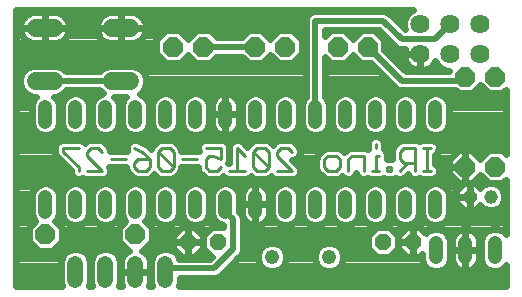
<source format=gbl>
G75*
%MOIN*%
%OFA0B0*%
%FSLAX25Y25*%
%IPPOS*%
%LPD*%
%AMOC8*
5,1,8,0,0,1.08239X$1,22.5*
%
%ADD10C,0.00900*%
%ADD11OC8,0.05600*%
%ADD12C,0.04800*%
%ADD13C,0.06400*%
%ADD14OC8,0.06600*%
%ADD15C,0.04800*%
%ADD16C,0.05400*%
%ADD17OC8,0.04600*%
%ADD18C,0.04600*%
%ADD19C,0.06000*%
%ADD20C,0.02400*%
%ADD21C,0.02000*%
D10*
X0035729Y0053350D02*
X0035729Y0054634D01*
X0030591Y0059772D01*
X0030591Y0061057D01*
X0035729Y0061057D01*
X0038510Y0059772D02*
X0039794Y0061057D01*
X0042363Y0061057D01*
X0043647Y0059772D01*
X0046428Y0057203D02*
X0051566Y0057203D01*
X0054347Y0055919D02*
X0055632Y0057203D01*
X0059485Y0057203D01*
X0059485Y0054634D01*
X0058200Y0053350D01*
X0055632Y0053350D01*
X0054347Y0054634D01*
X0054347Y0055919D01*
X0056916Y0059772D02*
X0059485Y0057203D01*
X0062266Y0054634D02*
X0063550Y0053350D01*
X0066119Y0053350D01*
X0067404Y0054634D01*
X0062266Y0059772D01*
X0062266Y0054634D01*
X0067404Y0054634D02*
X0067404Y0059772D01*
X0066119Y0061057D01*
X0063550Y0061057D01*
X0062266Y0059772D01*
X0056916Y0059772D02*
X0054347Y0061057D01*
X0043647Y0053350D02*
X0038510Y0058488D01*
X0038510Y0059772D01*
X0038510Y0053350D02*
X0043647Y0053350D01*
X0070185Y0057203D02*
X0075322Y0057203D01*
X0078103Y0057203D02*
X0078103Y0054634D01*
X0079388Y0053350D01*
X0081957Y0053350D01*
X0083241Y0054634D01*
X0083241Y0057203D02*
X0080672Y0058488D01*
X0079388Y0058488D01*
X0078103Y0057203D01*
X0083241Y0057203D02*
X0083241Y0061057D01*
X0078103Y0061057D01*
X0088591Y0061057D02*
X0088591Y0053350D01*
X0091160Y0053350D02*
X0086022Y0053350D01*
X0091160Y0058488D02*
X0088591Y0061057D01*
X0093941Y0059772D02*
X0099079Y0054634D01*
X0097794Y0053350D01*
X0095225Y0053350D01*
X0093941Y0054634D01*
X0093941Y0059772D01*
X0095225Y0061057D01*
X0097794Y0061057D01*
X0099079Y0059772D01*
X0099079Y0054634D01*
X0101860Y0053350D02*
X0106997Y0053350D01*
X0101860Y0058488D01*
X0101860Y0059772D01*
X0103144Y0061057D01*
X0105713Y0061057D01*
X0106997Y0059772D01*
X0117697Y0057203D02*
X0117697Y0054634D01*
X0118982Y0053350D01*
X0121551Y0053350D01*
X0122835Y0054634D01*
X0122835Y0057203D01*
X0121551Y0058488D01*
X0118982Y0058488D01*
X0117697Y0057203D01*
X0125616Y0057203D02*
X0125616Y0053350D01*
X0125616Y0057203D02*
X0126900Y0058488D01*
X0130754Y0058488D01*
X0130754Y0053350D01*
X0133464Y0053350D02*
X0136033Y0053350D01*
X0134749Y0053350D02*
X0134749Y0058488D01*
X0136033Y0058488D01*
X0134749Y0061057D02*
X0134749Y0062341D01*
X0142773Y0059772D02*
X0142773Y0057203D01*
X0144058Y0055919D01*
X0147911Y0055919D01*
X0145342Y0055919D02*
X0142773Y0053350D01*
X0139992Y0053350D02*
X0139992Y0054634D01*
X0138708Y0054634D01*
X0138708Y0053350D01*
X0139992Y0053350D01*
X0147911Y0053350D02*
X0147911Y0061057D01*
X0144058Y0061057D01*
X0142773Y0059772D01*
X0150621Y0061057D02*
X0153190Y0061057D01*
X0151906Y0061057D02*
X0151906Y0053350D01*
X0153190Y0053350D02*
X0150621Y0053350D01*
D11*
X0147200Y0029700D03*
X0137200Y0029700D03*
X0082200Y0029700D03*
X0072200Y0029700D03*
D12*
X0074700Y0039800D02*
X0074700Y0044600D01*
X0064700Y0044600D02*
X0064700Y0039800D01*
X0054700Y0039800D02*
X0054700Y0044600D01*
X0044700Y0044600D02*
X0044700Y0039800D01*
X0034700Y0039800D02*
X0034700Y0044600D01*
X0024700Y0044600D02*
X0024700Y0039800D01*
X0024700Y0069800D02*
X0024700Y0074600D01*
X0034700Y0074600D02*
X0034700Y0069800D01*
X0044700Y0069800D02*
X0044700Y0074600D01*
X0054700Y0074600D02*
X0054700Y0069800D01*
X0064700Y0069800D02*
X0064700Y0074600D01*
X0074700Y0074600D02*
X0074700Y0069800D01*
X0084700Y0069800D02*
X0084700Y0074600D01*
X0094700Y0074600D02*
X0094700Y0069800D01*
X0104700Y0069800D02*
X0104700Y0074600D01*
X0114700Y0074600D02*
X0114700Y0069800D01*
X0124700Y0069800D02*
X0124700Y0074600D01*
X0134700Y0074600D02*
X0134700Y0069800D01*
X0144700Y0069800D02*
X0144700Y0074600D01*
X0154700Y0074600D02*
X0154700Y0069800D01*
X0154700Y0044600D02*
X0154700Y0039800D01*
X0144700Y0039800D02*
X0144700Y0044600D01*
X0134700Y0044600D02*
X0134700Y0039800D01*
X0124700Y0039800D02*
X0124700Y0044600D01*
X0114700Y0044600D02*
X0114700Y0039800D01*
X0104700Y0039800D02*
X0104700Y0044600D01*
X0094700Y0044600D02*
X0094700Y0039800D01*
X0084700Y0039800D02*
X0084700Y0044600D01*
X0154853Y0029495D02*
X0154853Y0024695D01*
X0164695Y0024695D02*
X0164695Y0029495D01*
X0174538Y0029495D02*
X0174538Y0024695D01*
D13*
X0169700Y0092200D03*
X0159700Y0092200D03*
X0149700Y0092200D03*
X0149700Y0102200D03*
X0159700Y0102200D03*
X0169700Y0102200D03*
D14*
X0164700Y0084700D03*
X0174700Y0084700D03*
X0132200Y0094700D03*
X0122200Y0094700D03*
X0104700Y0094700D03*
X0094700Y0094700D03*
X0077200Y0094700D03*
X0067200Y0094700D03*
X0164700Y0054700D03*
X0174700Y0054700D03*
X0054700Y0032200D03*
X0024700Y0032200D03*
D15*
X0100200Y0024700D03*
X0119200Y0024700D03*
D16*
X0064700Y0022400D02*
X0064700Y0017000D01*
X0054700Y0017000D02*
X0054700Y0022400D01*
X0044700Y0022400D02*
X0044700Y0017000D01*
X0034700Y0017000D02*
X0034700Y0022400D01*
D17*
X0166200Y0044700D03*
D18*
X0173200Y0044700D03*
D19*
X0053000Y0083300D02*
X0047000Y0083300D01*
X0027400Y0083300D02*
X0021400Y0083300D01*
X0021400Y0101100D02*
X0027400Y0101100D01*
X0047000Y0101100D02*
X0053000Y0101100D01*
D20*
X0014900Y0106961D02*
X0014900Y0014900D01*
X0030266Y0014900D01*
X0029800Y0016025D01*
X0029800Y0023375D01*
X0030546Y0025176D01*
X0031924Y0026554D01*
X0033725Y0027300D01*
X0035675Y0027300D01*
X0037476Y0026554D01*
X0038854Y0025176D01*
X0039600Y0023375D01*
X0039600Y0016025D01*
X0039134Y0014900D01*
X0040266Y0014900D01*
X0039800Y0016025D01*
X0039800Y0023375D01*
X0040546Y0025176D01*
X0041924Y0026554D01*
X0043725Y0027300D01*
X0045675Y0027300D01*
X0047476Y0026554D01*
X0048854Y0025176D01*
X0049600Y0023375D01*
X0049600Y0016025D01*
X0049134Y0014900D01*
X0050271Y0014900D01*
X0050159Y0015119D01*
X0049921Y0015853D01*
X0049800Y0016614D01*
X0049800Y0019700D01*
X0054700Y0019700D01*
X0059600Y0019700D01*
X0059600Y0022786D01*
X0059479Y0023547D01*
X0059241Y0024281D01*
X0058891Y0024968D01*
X0058437Y0025592D01*
X0057892Y0026137D01*
X0057268Y0026591D01*
X0057004Y0026726D01*
X0060200Y0029922D01*
X0060200Y0034478D01*
X0058042Y0036636D01*
X0058600Y0037194D01*
X0059300Y0038885D01*
X0059300Y0045515D01*
X0058600Y0047206D01*
X0057306Y0048500D01*
X0055615Y0049200D01*
X0053785Y0049200D01*
X0052094Y0048500D01*
X0050800Y0047206D01*
X0050100Y0045515D01*
X0050100Y0038885D01*
X0050800Y0037194D01*
X0051358Y0036636D01*
X0049200Y0034478D01*
X0049200Y0029922D01*
X0052396Y0026726D01*
X0052132Y0026591D01*
X0051508Y0026137D01*
X0050962Y0025592D01*
X0050509Y0024968D01*
X0050159Y0024281D01*
X0049921Y0023547D01*
X0049800Y0022786D01*
X0049800Y0019700D01*
X0054700Y0019700D01*
X0054700Y0019700D01*
X0054700Y0019700D01*
X0059600Y0019700D01*
X0059600Y0016614D01*
X0059479Y0015853D01*
X0059241Y0015119D01*
X0059129Y0014900D01*
X0060266Y0014900D01*
X0059800Y0016025D01*
X0059800Y0023375D01*
X0060546Y0025176D01*
X0061924Y0026554D01*
X0063725Y0027300D01*
X0065675Y0027300D01*
X0067476Y0026554D01*
X0068854Y0025176D01*
X0069279Y0024150D01*
X0079625Y0024150D01*
X0080175Y0024700D01*
X0080129Y0024700D01*
X0077200Y0027629D01*
X0077200Y0029700D01*
X0077200Y0031771D01*
X0074271Y0034700D01*
X0072200Y0034700D01*
X0072200Y0029700D01*
X0077200Y0029700D01*
X0072200Y0029700D01*
X0072200Y0029700D01*
X0072200Y0029700D01*
X0072200Y0024700D01*
X0074271Y0024700D01*
X0077200Y0027629D01*
X0077200Y0031771D01*
X0080129Y0034700D01*
X0084000Y0034700D01*
X0084000Y0035200D01*
X0083785Y0035200D01*
X0082094Y0035900D01*
X0080800Y0037194D01*
X0080100Y0038885D01*
X0080100Y0045515D01*
X0080800Y0047206D01*
X0082094Y0048500D01*
X0083785Y0049200D01*
X0085615Y0049200D01*
X0087306Y0048500D01*
X0088600Y0047206D01*
X0089300Y0045515D01*
X0089300Y0039625D01*
X0089913Y0039013D01*
X0090400Y0037837D01*
X0090400Y0026563D01*
X0089913Y0025387D01*
X0089013Y0024487D01*
X0082763Y0018237D01*
X0081587Y0017750D01*
X0069600Y0017750D01*
X0069600Y0016025D01*
X0069134Y0014900D01*
X0178201Y0014900D01*
X0178201Y0021853D01*
X0177143Y0020796D01*
X0175453Y0020095D01*
X0173623Y0020095D01*
X0171932Y0020796D01*
X0170638Y0022090D01*
X0169938Y0023780D01*
X0169938Y0030410D01*
X0170638Y0032101D01*
X0171932Y0033395D01*
X0173623Y0034095D01*
X0175453Y0034095D01*
X0177143Y0033395D01*
X0178201Y0032338D01*
X0178201Y0050423D01*
X0176978Y0049200D01*
X0172422Y0049200D01*
X0169700Y0051922D01*
X0166978Y0049200D01*
X0164700Y0049200D01*
X0164700Y0054700D01*
X0164700Y0054700D01*
X0164700Y0060200D01*
X0166978Y0060200D01*
X0169700Y0057478D01*
X0172422Y0060200D01*
X0176978Y0060200D01*
X0178201Y0058977D01*
X0178201Y0080423D01*
X0176978Y0079200D01*
X0172422Y0079200D01*
X0169700Y0081922D01*
X0166978Y0079200D01*
X0162422Y0079200D01*
X0161372Y0080250D01*
X0142813Y0080250D01*
X0141637Y0080737D01*
X0140737Y0081637D01*
X0133175Y0089200D01*
X0129922Y0089200D01*
X0127200Y0091922D01*
X0124478Y0089200D01*
X0119922Y0089200D01*
X0117900Y0091222D01*
X0117900Y0077905D01*
X0118600Y0077206D01*
X0119300Y0075515D01*
X0119300Y0068885D01*
X0118600Y0067194D01*
X0117306Y0065900D01*
X0115615Y0065200D01*
X0113785Y0065200D01*
X0112094Y0065900D01*
X0110800Y0067194D01*
X0110100Y0068885D01*
X0110100Y0075515D01*
X0110800Y0077206D01*
X0111500Y0077905D01*
X0111500Y0104087D01*
X0111987Y0105263D01*
X0112887Y0106163D01*
X0114063Y0106650D01*
X0137837Y0106650D01*
X0139013Y0106163D01*
X0139913Y0105263D01*
X0144477Y0100698D01*
X0144300Y0101126D01*
X0144300Y0103274D01*
X0145122Y0105259D01*
X0146641Y0106778D01*
X0147082Y0106961D01*
X0014900Y0106961D01*
X0014900Y0105742D02*
X0019056Y0105742D01*
X0019404Y0105919D02*
X0018675Y0105547D01*
X0018012Y0105066D01*
X0017434Y0104488D01*
X0016953Y0103825D01*
X0016581Y0103096D01*
X0016328Y0102318D01*
X0016200Y0101509D01*
X0016200Y0101100D01*
X0024400Y0101100D01*
X0024400Y0101100D01*
X0024400Y0106300D01*
X0027809Y0106300D01*
X0028618Y0106172D01*
X0029396Y0105919D01*
X0030125Y0105547D01*
X0030788Y0105066D01*
X0031366Y0104488D01*
X0031847Y0103825D01*
X0032219Y0103096D01*
X0032472Y0102318D01*
X0032600Y0101509D01*
X0032600Y0101100D01*
X0024400Y0101100D01*
X0024400Y0101100D01*
X0024400Y0106300D01*
X0020991Y0106300D01*
X0020182Y0106172D01*
X0019404Y0105919D01*
X0016707Y0103343D02*
X0014900Y0103343D01*
X0014900Y0100945D02*
X0016200Y0100945D01*
X0016200Y0101100D02*
X0016200Y0100691D01*
X0016328Y0099882D01*
X0016581Y0099104D01*
X0016953Y0098375D01*
X0017434Y0097712D01*
X0018012Y0097134D01*
X0018675Y0096653D01*
X0019404Y0096281D01*
X0020182Y0096028D01*
X0020991Y0095900D01*
X0024400Y0095900D01*
X0027809Y0095900D01*
X0028618Y0096028D01*
X0029396Y0096281D01*
X0030125Y0096653D01*
X0030788Y0097134D01*
X0031366Y0097712D01*
X0031847Y0098375D01*
X0032219Y0099104D01*
X0032472Y0099882D01*
X0032600Y0100691D01*
X0032600Y0101100D01*
X0024400Y0101100D01*
X0024400Y0095900D01*
X0024400Y0101100D01*
X0024400Y0101100D01*
X0024400Y0101100D01*
X0016200Y0101100D01*
X0016865Y0098546D02*
X0014900Y0098546D01*
X0014900Y0096148D02*
X0019813Y0096148D01*
X0024400Y0096148D02*
X0024400Y0096148D01*
X0024400Y0098546D02*
X0024400Y0098546D01*
X0024400Y0100945D02*
X0024400Y0100945D01*
X0024400Y0103343D02*
X0024400Y0103343D01*
X0024400Y0105742D02*
X0024400Y0105742D01*
X0029744Y0105742D02*
X0044656Y0105742D01*
X0045004Y0105919D02*
X0044275Y0105547D01*
X0043612Y0105066D01*
X0043034Y0104488D01*
X0042553Y0103825D01*
X0042181Y0103096D01*
X0041928Y0102318D01*
X0041800Y0101509D01*
X0041800Y0101100D01*
X0050000Y0101100D01*
X0050000Y0101100D01*
X0050000Y0106300D01*
X0053409Y0106300D01*
X0054218Y0106172D01*
X0054996Y0105919D01*
X0055725Y0105547D01*
X0056388Y0105066D01*
X0056966Y0104488D01*
X0057447Y0103825D01*
X0057819Y0103096D01*
X0058072Y0102318D01*
X0058200Y0101509D01*
X0058200Y0101100D01*
X0050000Y0101100D01*
X0050000Y0101100D01*
X0050000Y0106300D01*
X0046591Y0106300D01*
X0045782Y0106172D01*
X0045004Y0105919D01*
X0042307Y0103343D02*
X0032093Y0103343D01*
X0032600Y0100945D02*
X0041800Y0100945D01*
X0041800Y0101100D02*
X0041800Y0100691D01*
X0041928Y0099882D01*
X0042181Y0099104D01*
X0042553Y0098375D01*
X0043034Y0097712D01*
X0043612Y0097134D01*
X0044275Y0096653D01*
X0045004Y0096281D01*
X0045782Y0096028D01*
X0046591Y0095900D01*
X0050000Y0095900D01*
X0053409Y0095900D01*
X0054218Y0096028D01*
X0054996Y0096281D01*
X0055725Y0096653D01*
X0056388Y0097134D01*
X0056966Y0097712D01*
X0057447Y0098375D01*
X0057819Y0099104D01*
X0058072Y0099882D01*
X0058200Y0100691D01*
X0058200Y0101100D01*
X0050000Y0101100D01*
X0050000Y0095900D01*
X0050000Y0101100D01*
X0050000Y0101100D01*
X0050000Y0101100D01*
X0041800Y0101100D01*
X0042465Y0098546D02*
X0031935Y0098546D01*
X0028987Y0096148D02*
X0045413Y0096148D01*
X0050000Y0096148D02*
X0050000Y0096148D01*
X0050000Y0098546D02*
X0050000Y0098546D01*
X0050000Y0100945D02*
X0050000Y0100945D01*
X0050000Y0103343D02*
X0050000Y0103343D01*
X0050000Y0105742D02*
X0050000Y0105742D01*
X0055344Y0105742D02*
X0112466Y0105742D01*
X0111500Y0103343D02*
X0057693Y0103343D01*
X0058200Y0100945D02*
X0111500Y0100945D01*
X0111500Y0098546D02*
X0108632Y0098546D01*
X0110200Y0096978D02*
X0106978Y0100200D01*
X0102422Y0100200D01*
X0099700Y0097478D01*
X0096978Y0100200D01*
X0092422Y0100200D01*
X0090122Y0097900D01*
X0081778Y0097900D01*
X0079478Y0100200D01*
X0074922Y0100200D01*
X0072200Y0097478D01*
X0069478Y0100200D01*
X0064922Y0100200D01*
X0061700Y0096978D01*
X0061700Y0092422D01*
X0064922Y0089200D01*
X0069478Y0089200D01*
X0072200Y0091922D01*
X0074922Y0089200D01*
X0079478Y0089200D01*
X0081778Y0091500D01*
X0090122Y0091500D01*
X0092422Y0089200D01*
X0096978Y0089200D01*
X0099700Y0091922D01*
X0102422Y0089200D01*
X0106978Y0089200D01*
X0110200Y0092422D01*
X0110200Y0096978D01*
X0110200Y0096148D02*
X0111500Y0096148D01*
X0111500Y0093749D02*
X0110200Y0093749D01*
X0109129Y0091351D02*
X0111500Y0091351D01*
X0111500Y0088952D02*
X0014900Y0088952D01*
X0014900Y0086554D02*
X0017300Y0086554D01*
X0016992Y0086246D02*
X0016200Y0084334D01*
X0016200Y0082266D01*
X0016992Y0080354D01*
X0018454Y0078892D01*
X0020366Y0078100D01*
X0021695Y0078100D01*
X0020800Y0077206D01*
X0020100Y0075515D01*
X0020100Y0068885D01*
X0020800Y0067194D01*
X0022094Y0065900D01*
X0023785Y0065200D01*
X0025615Y0065200D01*
X0027306Y0065900D01*
X0028600Y0067194D01*
X0029300Y0068885D01*
X0029300Y0075515D01*
X0028600Y0077206D01*
X0027705Y0078100D01*
X0028434Y0078100D01*
X0030346Y0078892D01*
X0031704Y0080250D01*
X0042696Y0080250D01*
X0043757Y0079189D01*
X0042094Y0078500D01*
X0040800Y0077206D01*
X0040100Y0075515D01*
X0040100Y0068885D01*
X0040800Y0067194D01*
X0042094Y0065900D01*
X0043785Y0065200D01*
X0045615Y0065200D01*
X0047306Y0065900D01*
X0048600Y0067194D01*
X0049300Y0068885D01*
X0049300Y0075515D01*
X0048600Y0077206D01*
X0047705Y0078100D01*
X0051695Y0078100D01*
X0050800Y0077206D01*
X0050100Y0075515D01*
X0050100Y0068885D01*
X0050800Y0067194D01*
X0052094Y0065900D01*
X0053785Y0065200D01*
X0055615Y0065200D01*
X0057306Y0065900D01*
X0058600Y0067194D01*
X0059300Y0068885D01*
X0059300Y0075515D01*
X0058600Y0077206D01*
X0057306Y0078500D01*
X0056067Y0079013D01*
X0057408Y0080354D01*
X0058200Y0082266D01*
X0058200Y0084334D01*
X0057408Y0086246D01*
X0055946Y0087708D01*
X0054034Y0088500D01*
X0045966Y0088500D01*
X0044054Y0087708D01*
X0042996Y0086650D01*
X0031404Y0086650D01*
X0030346Y0087708D01*
X0028434Y0088500D01*
X0020366Y0088500D01*
X0018454Y0087708D01*
X0016992Y0086246D01*
X0016200Y0084155D02*
X0014900Y0084155D01*
X0014900Y0081757D02*
X0016411Y0081757D01*
X0014900Y0079358D02*
X0017988Y0079358D01*
X0020698Y0076960D02*
X0014900Y0076960D01*
X0014900Y0074561D02*
X0020100Y0074561D01*
X0020100Y0072163D02*
X0014900Y0072163D01*
X0014900Y0069764D02*
X0020100Y0069764D01*
X0020729Y0067366D02*
X0014900Y0067366D01*
X0014900Y0064967D02*
X0134164Y0064967D01*
X0134221Y0064991D02*
X0133247Y0064588D01*
X0132502Y0063842D01*
X0132099Y0062868D01*
X0132099Y0060799D01*
X0131281Y0061138D01*
X0126373Y0061138D01*
X0125399Y0060734D01*
X0124226Y0059560D01*
X0123797Y0059989D01*
X0123067Y0060719D01*
X0123052Y0060734D01*
X0123052Y0060734D01*
X0122493Y0060966D01*
X0122078Y0061138D01*
X0118455Y0061138D01*
X0117481Y0060734D01*
X0116735Y0059989D01*
X0115451Y0058704D01*
X0115047Y0057730D01*
X0115047Y0054107D01*
X0115210Y0053715D01*
X0115451Y0053133D01*
X0116196Y0052388D01*
X0116196Y0052388D01*
X0116735Y0051849D01*
X0116735Y0051849D01*
X0117481Y0051103D01*
X0118455Y0050700D01*
X0122078Y0050700D01*
X0123052Y0051103D01*
X0123583Y0051635D01*
X0124115Y0051103D01*
X0125089Y0050700D01*
X0126143Y0050700D01*
X0127117Y0051103D01*
X0127863Y0051849D01*
X0128185Y0052627D01*
X0128507Y0051849D01*
X0129253Y0051103D01*
X0130227Y0050700D01*
X0131281Y0050700D01*
X0132109Y0051043D01*
X0132937Y0050700D01*
X0136560Y0050700D01*
X0137370Y0051036D01*
X0138181Y0050700D01*
X0140519Y0050700D01*
X0141383Y0051058D01*
X0142246Y0050700D01*
X0143300Y0050700D01*
X0144274Y0051103D01*
X0145476Y0052305D01*
X0145665Y0051849D01*
X0146410Y0051103D01*
X0147384Y0050700D01*
X0148438Y0050700D01*
X0149266Y0051043D01*
X0150094Y0050700D01*
X0153717Y0050700D01*
X0154691Y0051103D01*
X0155437Y0051849D01*
X0155840Y0052823D01*
X0155840Y0053877D01*
X0155437Y0054851D01*
X0154691Y0055597D01*
X0154556Y0055653D01*
X0154556Y0058754D01*
X0154691Y0058810D01*
X0155437Y0059555D01*
X0155840Y0060529D01*
X0155840Y0061584D01*
X0155437Y0062558D01*
X0154691Y0063303D01*
X0153717Y0063707D01*
X0150094Y0063707D01*
X0149266Y0063364D01*
X0148438Y0063707D01*
X0143531Y0063707D01*
X0142557Y0063303D01*
X0141272Y0062019D01*
X0140527Y0061273D01*
X0140123Y0060299D01*
X0140123Y0057284D01*
X0138403Y0057284D01*
X0138683Y0057961D01*
X0138683Y0059015D01*
X0138279Y0059989D01*
X0137534Y0060734D01*
X0137398Y0060790D01*
X0137398Y0062868D01*
X0136995Y0063842D01*
X0136250Y0064588D01*
X0135276Y0064991D01*
X0134221Y0064991D01*
X0133785Y0065200D02*
X0135615Y0065200D01*
X0137306Y0065900D01*
X0138600Y0067194D01*
X0139300Y0068885D01*
X0139300Y0075515D01*
X0138600Y0077206D01*
X0137306Y0078500D01*
X0135615Y0079200D01*
X0133785Y0079200D01*
X0132094Y0078500D01*
X0130800Y0077206D01*
X0130100Y0075515D01*
X0130100Y0068885D01*
X0130800Y0067194D01*
X0132094Y0065900D01*
X0133785Y0065200D01*
X0135333Y0064967D02*
X0178201Y0064967D01*
X0178201Y0062569D02*
X0155426Y0062569D01*
X0155691Y0060170D02*
X0162392Y0060170D01*
X0162422Y0060200D02*
X0159200Y0056978D01*
X0159200Y0054700D01*
X0164700Y0054700D01*
X0164700Y0054700D01*
X0164700Y0054700D01*
X0164700Y0060200D01*
X0162422Y0060200D01*
X0164700Y0060170D02*
X0164700Y0060170D01*
X0167008Y0060170D02*
X0172392Y0060170D01*
X0169994Y0057772D02*
X0169406Y0057772D01*
X0164700Y0057772D02*
X0164700Y0057772D01*
X0164700Y0055373D02*
X0164700Y0055373D01*
X0164700Y0054700D02*
X0159200Y0054700D01*
X0159200Y0052422D01*
X0162422Y0049200D01*
X0164700Y0049200D01*
X0164700Y0054700D01*
X0164700Y0052975D02*
X0164700Y0052975D01*
X0164700Y0050576D02*
X0164700Y0050576D01*
X0164336Y0049200D02*
X0161700Y0046564D01*
X0161700Y0044700D01*
X0166200Y0044700D01*
X0166200Y0044700D01*
X0166200Y0049200D01*
X0168064Y0049200D01*
X0169700Y0047564D01*
X0170651Y0048515D01*
X0172305Y0049200D01*
X0174095Y0049200D01*
X0175749Y0048515D01*
X0177015Y0047249D01*
X0177700Y0045595D01*
X0177700Y0043805D01*
X0177015Y0042151D01*
X0175749Y0040885D01*
X0174095Y0040200D01*
X0172305Y0040200D01*
X0170651Y0040885D01*
X0169700Y0041836D01*
X0168064Y0040200D01*
X0166200Y0040200D01*
X0166200Y0044700D01*
X0166200Y0044700D01*
X0166200Y0044700D01*
X0166200Y0049200D01*
X0164336Y0049200D01*
X0163314Y0048178D02*
X0157628Y0048178D01*
X0157306Y0048500D02*
X0155615Y0049200D01*
X0153785Y0049200D01*
X0152094Y0048500D01*
X0150800Y0047206D01*
X0150100Y0045515D01*
X0150100Y0038885D01*
X0150800Y0037194D01*
X0152094Y0035900D01*
X0153785Y0035200D01*
X0155615Y0035200D01*
X0157306Y0035900D01*
X0158600Y0037194D01*
X0159300Y0038885D01*
X0159300Y0045515D01*
X0158600Y0047206D01*
X0157306Y0048500D01*
X0159191Y0045779D02*
X0161700Y0045779D01*
X0161700Y0044700D02*
X0161700Y0042836D01*
X0164336Y0040200D01*
X0166200Y0040200D01*
X0166200Y0044700D01*
X0161700Y0044700D01*
X0161700Y0043381D02*
X0159300Y0043381D01*
X0159300Y0040982D02*
X0163554Y0040982D01*
X0166200Y0040982D02*
X0166200Y0040982D01*
X0168846Y0040982D02*
X0170554Y0040982D01*
X0166200Y0043381D02*
X0166200Y0043381D01*
X0166200Y0045779D02*
X0166200Y0045779D01*
X0166200Y0048178D02*
X0166200Y0048178D01*
X0169086Y0048178D02*
X0170314Y0048178D01*
X0171046Y0050576D02*
X0168354Y0050576D01*
X0161046Y0050576D02*
X0014900Y0050576D01*
X0014900Y0048178D02*
X0021772Y0048178D01*
X0022094Y0048500D02*
X0020800Y0047206D01*
X0020100Y0045515D01*
X0020100Y0038885D01*
X0020800Y0037194D01*
X0021358Y0036636D01*
X0019200Y0034478D01*
X0019200Y0029922D01*
X0022422Y0026700D01*
X0026978Y0026700D01*
X0030200Y0029922D01*
X0030200Y0034478D01*
X0028042Y0036636D01*
X0028600Y0037194D01*
X0029300Y0038885D01*
X0029300Y0045515D01*
X0028600Y0047206D01*
X0027306Y0048500D01*
X0025615Y0049200D01*
X0023785Y0049200D01*
X0022094Y0048500D01*
X0020209Y0045779D02*
X0014900Y0045779D01*
X0014900Y0043381D02*
X0020100Y0043381D01*
X0020100Y0040982D02*
X0014900Y0040982D01*
X0014900Y0038584D02*
X0020225Y0038584D01*
X0020907Y0036185D02*
X0014900Y0036185D01*
X0014900Y0033787D02*
X0019200Y0033787D01*
X0019200Y0031388D02*
X0014900Y0031388D01*
X0014900Y0028990D02*
X0020132Y0028990D01*
X0014900Y0026591D02*
X0032014Y0026591D01*
X0030139Y0024193D02*
X0014900Y0024193D01*
X0014900Y0021794D02*
X0029800Y0021794D01*
X0029800Y0019396D02*
X0014900Y0019396D01*
X0014900Y0016997D02*
X0029800Y0016997D01*
X0039600Y0016997D02*
X0039800Y0016997D01*
X0039800Y0019396D02*
X0039600Y0019396D01*
X0039600Y0021794D02*
X0039800Y0021794D01*
X0040139Y0024193D02*
X0039261Y0024193D01*
X0037386Y0026591D02*
X0042014Y0026591D01*
X0047386Y0026591D02*
X0052132Y0026591D01*
X0050132Y0028990D02*
X0029268Y0028990D01*
X0030200Y0031388D02*
X0049200Y0031388D01*
X0049200Y0033787D02*
X0030200Y0033787D01*
X0032094Y0035900D02*
X0033785Y0035200D01*
X0035615Y0035200D01*
X0037306Y0035900D01*
X0038600Y0037194D01*
X0039300Y0038885D01*
X0039300Y0045515D01*
X0038600Y0047206D01*
X0037306Y0048500D01*
X0035615Y0049200D01*
X0033785Y0049200D01*
X0032094Y0048500D01*
X0030800Y0047206D01*
X0030100Y0045515D01*
X0030100Y0038885D01*
X0030800Y0037194D01*
X0032094Y0035900D01*
X0031809Y0036185D02*
X0028493Y0036185D01*
X0029175Y0038584D02*
X0030225Y0038584D01*
X0030100Y0040982D02*
X0029300Y0040982D01*
X0029300Y0043381D02*
X0030100Y0043381D01*
X0030209Y0045779D02*
X0029191Y0045779D01*
X0027628Y0048178D02*
X0031772Y0048178D01*
X0034228Y0051103D02*
X0035201Y0050700D01*
X0036256Y0050700D01*
X0037119Y0051058D01*
X0037983Y0050700D01*
X0044174Y0050700D01*
X0045148Y0051103D01*
X0045894Y0051849D01*
X0046297Y0052823D01*
X0046297Y0053877D01*
X0046017Y0054553D01*
X0051697Y0054553D01*
X0051697Y0054107D01*
X0051860Y0053715D01*
X0052101Y0053133D01*
X0052846Y0052388D01*
X0052846Y0052388D01*
X0053385Y0051849D01*
X0053385Y0051849D01*
X0054131Y0051103D01*
X0055104Y0050700D01*
X0058728Y0050700D01*
X0059702Y0051103D01*
X0060447Y0051849D01*
X0060875Y0052277D01*
X0061304Y0051849D01*
X0062049Y0051103D01*
X0063023Y0050700D01*
X0066646Y0050700D01*
X0067620Y0051103D01*
X0068905Y0052388D01*
X0069650Y0053133D01*
X0070054Y0054107D01*
X0070054Y0054553D01*
X0075453Y0054553D01*
X0075453Y0054107D01*
X0075625Y0053692D01*
X0075857Y0053133D01*
X0075873Y0053118D01*
X0076602Y0052388D01*
X0076602Y0052388D01*
X0077141Y0051849D01*
X0077887Y0051103D01*
X0078861Y0050700D01*
X0082484Y0050700D01*
X0083458Y0051103D01*
X0083989Y0051635D01*
X0084521Y0051103D01*
X0085495Y0050700D01*
X0091687Y0050700D01*
X0092661Y0051103D01*
X0093193Y0051635D01*
X0093724Y0051103D01*
X0094698Y0050700D01*
X0098321Y0050700D01*
X0099295Y0051103D01*
X0099827Y0051635D01*
X0100359Y0051103D01*
X0101333Y0050700D01*
X0107525Y0050700D01*
X0108499Y0051103D01*
X0109244Y0051849D01*
X0109647Y0052823D01*
X0109647Y0053877D01*
X0109244Y0054851D01*
X0106973Y0057122D01*
X0107525Y0057122D01*
X0108499Y0057526D01*
X0109244Y0058271D01*
X0109647Y0059245D01*
X0109647Y0060299D01*
X0109244Y0061273D01*
X0107960Y0062558D01*
X0107230Y0063287D01*
X0107214Y0063303D01*
X0107214Y0063303D01*
X0107214Y0063303D01*
X0106655Y0063535D01*
X0106240Y0063707D01*
X0102617Y0063707D01*
X0101643Y0063303D01*
X0100898Y0062558D01*
X0100898Y0062558D01*
X0100469Y0062129D01*
X0100041Y0062558D01*
X0099295Y0063303D01*
X0098713Y0063544D01*
X0098321Y0063707D01*
X0094698Y0063707D01*
X0093724Y0063303D01*
X0092440Y0062019D01*
X0091908Y0061487D01*
X0090838Y0062558D01*
X0090092Y0063303D01*
X0089118Y0063707D01*
X0088064Y0063707D01*
X0087090Y0063303D01*
X0086345Y0062558D01*
X0085941Y0061584D01*
X0085941Y0056000D01*
X0085611Y0056000D01*
X0085653Y0056102D01*
X0085847Y0056490D01*
X0085854Y0056586D01*
X0085891Y0056676D01*
X0085891Y0057109D01*
X0085922Y0057541D01*
X0085891Y0057633D01*
X0085891Y0061584D01*
X0085488Y0062558D01*
X0084742Y0063303D01*
X0083768Y0063707D01*
X0077576Y0063707D01*
X0076602Y0063303D01*
X0075857Y0062558D01*
X0075453Y0061584D01*
X0075453Y0060529D01*
X0075734Y0059853D01*
X0070054Y0059853D01*
X0070054Y0060299D01*
X0069650Y0061273D01*
X0068905Y0062019D01*
X0068905Y0062019D01*
X0068366Y0062558D01*
X0067620Y0063303D01*
X0067038Y0063544D01*
X0066646Y0063707D01*
X0063023Y0063707D01*
X0062049Y0063303D01*
X0060765Y0062019D01*
X0060019Y0061273D01*
X0059768Y0060667D01*
X0058856Y0061579D01*
X0058573Y0061907D01*
X0058486Y0061950D01*
X0058417Y0062019D01*
X0058017Y0062184D01*
X0055061Y0063663D01*
X0054009Y0063737D01*
X0053009Y0063404D01*
X0052213Y0062713D01*
X0051741Y0061770D01*
X0051666Y0060719D01*
X0051955Y0059853D01*
X0046297Y0059853D01*
X0046297Y0060299D01*
X0045894Y0061273D01*
X0044610Y0062558D01*
X0043880Y0063287D01*
X0043864Y0063303D01*
X0043305Y0063535D01*
X0042890Y0063707D01*
X0039267Y0063707D01*
X0038293Y0063303D01*
X0037761Y0062771D01*
X0037230Y0063303D01*
X0036256Y0063707D01*
X0030064Y0063707D01*
X0029090Y0063303D01*
X0028344Y0062558D01*
X0027941Y0061584D01*
X0027941Y0059245D01*
X0028344Y0058271D01*
X0033079Y0053537D01*
X0033079Y0052823D01*
X0033482Y0051849D01*
X0034228Y0051103D01*
X0033079Y0052975D02*
X0014900Y0052975D01*
X0014900Y0055373D02*
X0031242Y0055373D01*
X0028844Y0057772D02*
X0014900Y0057772D01*
X0014900Y0060170D02*
X0027941Y0060170D01*
X0028355Y0062569D02*
X0014900Y0062569D01*
X0028671Y0067366D02*
X0030729Y0067366D01*
X0030800Y0067194D02*
X0032094Y0065900D01*
X0033785Y0065200D01*
X0035615Y0065200D01*
X0037306Y0065900D01*
X0038600Y0067194D01*
X0039300Y0068885D01*
X0039300Y0075515D01*
X0038600Y0077206D01*
X0037306Y0078500D01*
X0035615Y0079200D01*
X0033785Y0079200D01*
X0032094Y0078500D01*
X0030800Y0077206D01*
X0030100Y0075515D01*
X0030100Y0068885D01*
X0030800Y0067194D01*
X0030100Y0069764D02*
X0029300Y0069764D01*
X0029300Y0072163D02*
X0030100Y0072163D01*
X0030100Y0074561D02*
X0029300Y0074561D01*
X0028702Y0076960D02*
X0030698Y0076960D01*
X0030812Y0079358D02*
X0043588Y0079358D01*
X0040698Y0076960D02*
X0038702Y0076960D01*
X0039300Y0074561D02*
X0040100Y0074561D01*
X0040100Y0072163D02*
X0039300Y0072163D01*
X0039300Y0069764D02*
X0040100Y0069764D01*
X0040729Y0067366D02*
X0038671Y0067366D01*
X0043864Y0063303D02*
X0043864Y0063303D01*
X0044598Y0062569D02*
X0052140Y0062569D01*
X0051849Y0060170D02*
X0046297Y0060170D01*
X0044610Y0062558D02*
X0044610Y0062558D01*
X0048671Y0067366D02*
X0050729Y0067366D01*
X0050100Y0069764D02*
X0049300Y0069764D01*
X0049300Y0072163D02*
X0050100Y0072163D01*
X0050100Y0074561D02*
X0049300Y0074561D01*
X0048702Y0076960D02*
X0050698Y0076960D01*
X0056412Y0079358D02*
X0111500Y0079358D01*
X0111500Y0081757D02*
X0057989Y0081757D01*
X0058200Y0084155D02*
X0111500Y0084155D01*
X0111500Y0086554D02*
X0057100Y0086554D01*
X0062771Y0091351D02*
X0014900Y0091351D01*
X0014900Y0093749D02*
X0061700Y0093749D01*
X0061700Y0096148D02*
X0054587Y0096148D01*
X0057535Y0098546D02*
X0063268Y0098546D01*
X0071132Y0098546D02*
X0073268Y0098546D01*
X0081132Y0098546D02*
X0090768Y0098546D01*
X0098632Y0098546D02*
X0100768Y0098546D01*
X0100271Y0091351D02*
X0099129Y0091351D01*
X0090271Y0091351D02*
X0081629Y0091351D01*
X0072771Y0091351D02*
X0071629Y0091351D01*
X0073785Y0079200D02*
X0072094Y0078500D01*
X0070800Y0077206D01*
X0070100Y0075515D01*
X0070100Y0068885D01*
X0070800Y0067194D01*
X0072094Y0065900D01*
X0073785Y0065200D01*
X0075615Y0065200D01*
X0077306Y0065900D01*
X0078600Y0067194D01*
X0079300Y0068885D01*
X0079300Y0075515D01*
X0078600Y0077206D01*
X0077306Y0078500D01*
X0075615Y0079200D01*
X0073785Y0079200D01*
X0070698Y0076960D02*
X0068702Y0076960D01*
X0068600Y0077206D02*
X0067306Y0078500D01*
X0065615Y0079200D01*
X0063785Y0079200D01*
X0062094Y0078500D01*
X0060800Y0077206D01*
X0060100Y0075515D01*
X0060100Y0068885D01*
X0060800Y0067194D01*
X0062094Y0065900D01*
X0063785Y0065200D01*
X0065615Y0065200D01*
X0067306Y0065900D01*
X0068600Y0067194D01*
X0069300Y0068885D01*
X0069300Y0075515D01*
X0068600Y0077206D01*
X0069300Y0074561D02*
X0070100Y0074561D01*
X0070100Y0072163D02*
X0069300Y0072163D01*
X0069300Y0069764D02*
X0070100Y0069764D01*
X0070729Y0067366D02*
X0068671Y0067366D01*
X0068355Y0062569D02*
X0075868Y0062569D01*
X0075602Y0060170D02*
X0070054Y0060170D01*
X0068366Y0062558D02*
X0068366Y0062558D01*
X0061315Y0062569D02*
X0057248Y0062569D01*
X0058671Y0067366D02*
X0060729Y0067366D01*
X0060100Y0069764D02*
X0059300Y0069764D01*
X0059300Y0072163D02*
X0060100Y0072163D01*
X0060100Y0074561D02*
X0059300Y0074561D01*
X0058702Y0076960D02*
X0060698Y0076960D01*
X0078702Y0076960D02*
X0080740Y0076960D01*
X0080766Y0077011D02*
X0080437Y0076366D01*
X0080213Y0075677D01*
X0080100Y0074962D01*
X0080100Y0072200D01*
X0084700Y0072200D01*
X0089300Y0072200D01*
X0089300Y0074962D01*
X0089187Y0075677D01*
X0088963Y0076366D01*
X0088634Y0077011D01*
X0088209Y0077597D01*
X0087697Y0078109D01*
X0087111Y0078534D01*
X0086466Y0078863D01*
X0085777Y0079087D01*
X0085062Y0079200D01*
X0084700Y0079200D01*
X0084700Y0072200D01*
X0084700Y0072200D01*
X0084700Y0072200D01*
X0089300Y0072200D01*
X0089300Y0069438D01*
X0089187Y0068723D01*
X0088963Y0068034D01*
X0088634Y0067389D01*
X0088209Y0066803D01*
X0087697Y0066291D01*
X0087111Y0065866D01*
X0086466Y0065537D01*
X0085777Y0065313D01*
X0085062Y0065200D01*
X0084700Y0065200D01*
X0084700Y0072200D01*
X0084700Y0072200D01*
X0084700Y0072200D01*
X0084700Y0079200D01*
X0084338Y0079200D01*
X0083623Y0079087D01*
X0082934Y0078863D01*
X0082289Y0078534D01*
X0081703Y0078109D01*
X0081191Y0077597D01*
X0080766Y0077011D01*
X0080100Y0074561D02*
X0079300Y0074561D01*
X0079300Y0072163D02*
X0080100Y0072163D01*
X0080100Y0072200D02*
X0080100Y0069438D01*
X0080213Y0068723D01*
X0080437Y0068034D01*
X0080766Y0067389D01*
X0081191Y0066803D01*
X0081703Y0066291D01*
X0082289Y0065866D01*
X0082934Y0065537D01*
X0083623Y0065313D01*
X0084338Y0065200D01*
X0084700Y0065200D01*
X0084700Y0072200D01*
X0080100Y0072200D01*
X0080100Y0069764D02*
X0079300Y0069764D01*
X0078671Y0067366D02*
X0080783Y0067366D01*
X0084700Y0067366D02*
X0084700Y0067366D01*
X0084700Y0069764D02*
X0084700Y0069764D01*
X0084700Y0072163D02*
X0084700Y0072163D01*
X0084700Y0074561D02*
X0084700Y0074561D01*
X0084700Y0076960D02*
X0084700Y0076960D01*
X0088660Y0076960D02*
X0090698Y0076960D01*
X0090800Y0077206D02*
X0090100Y0075515D01*
X0090100Y0068885D01*
X0090800Y0067194D01*
X0092094Y0065900D01*
X0093785Y0065200D01*
X0095615Y0065200D01*
X0097306Y0065900D01*
X0098600Y0067194D01*
X0099300Y0068885D01*
X0099300Y0075515D01*
X0098600Y0077206D01*
X0097306Y0078500D01*
X0095615Y0079200D01*
X0093785Y0079200D01*
X0092094Y0078500D01*
X0090800Y0077206D01*
X0090100Y0074561D02*
X0089300Y0074561D01*
X0089300Y0072163D02*
X0090100Y0072163D01*
X0090100Y0069764D02*
X0089300Y0069764D01*
X0088617Y0067366D02*
X0090729Y0067366D01*
X0090827Y0062569D02*
X0092990Y0062569D01*
X0092440Y0062019D02*
X0092440Y0062019D01*
X0086356Y0062569D02*
X0085477Y0062569D01*
X0085891Y0060170D02*
X0085941Y0060170D01*
X0085891Y0057772D02*
X0085941Y0057772D01*
X0077141Y0051849D02*
X0077141Y0051849D01*
X0076016Y0052975D02*
X0069492Y0052975D01*
X0067306Y0048500D02*
X0065615Y0049200D01*
X0063785Y0049200D01*
X0062094Y0048500D01*
X0060800Y0047206D01*
X0060100Y0045515D01*
X0060100Y0038885D01*
X0060800Y0037194D01*
X0062094Y0035900D01*
X0063785Y0035200D01*
X0065615Y0035200D01*
X0067306Y0035900D01*
X0068600Y0037194D01*
X0069300Y0038885D01*
X0069300Y0045515D01*
X0068600Y0047206D01*
X0067306Y0048500D01*
X0067628Y0048178D02*
X0071772Y0048178D01*
X0072094Y0048500D02*
X0070800Y0047206D01*
X0070100Y0045515D01*
X0070100Y0038885D01*
X0070800Y0037194D01*
X0072094Y0035900D01*
X0073785Y0035200D01*
X0075615Y0035200D01*
X0077306Y0035900D01*
X0078600Y0037194D01*
X0079300Y0038885D01*
X0079300Y0045515D01*
X0078600Y0047206D01*
X0077306Y0048500D01*
X0075615Y0049200D01*
X0073785Y0049200D01*
X0072094Y0048500D01*
X0070209Y0045779D02*
X0069191Y0045779D01*
X0069300Y0043381D02*
X0070100Y0043381D01*
X0070100Y0040982D02*
X0069300Y0040982D01*
X0069175Y0038584D02*
X0070225Y0038584D01*
X0071809Y0036185D02*
X0067590Y0036185D01*
X0069216Y0033787D02*
X0060200Y0033787D01*
X0060200Y0031388D02*
X0067200Y0031388D01*
X0067200Y0031771D02*
X0067200Y0029700D01*
X0072200Y0029700D01*
X0072200Y0029700D01*
X0072200Y0029700D01*
X0072200Y0034700D01*
X0070129Y0034700D01*
X0067200Y0031771D01*
X0067200Y0029700D02*
X0067200Y0027629D01*
X0070129Y0024700D01*
X0072200Y0024700D01*
X0072200Y0029700D01*
X0067200Y0029700D01*
X0067200Y0028990D02*
X0059268Y0028990D01*
X0057268Y0026591D02*
X0062014Y0026591D01*
X0060139Y0024193D02*
X0059270Y0024193D01*
X0059600Y0021794D02*
X0059800Y0021794D01*
X0059800Y0019396D02*
X0059600Y0019396D01*
X0059600Y0016997D02*
X0059800Y0016997D01*
X0069600Y0016997D02*
X0178201Y0016997D01*
X0178201Y0019396D02*
X0083921Y0019396D01*
X0086320Y0021794D02*
X0096601Y0021794D01*
X0096300Y0022094D02*
X0097594Y0020800D01*
X0099285Y0020100D01*
X0101115Y0020100D01*
X0102806Y0020800D01*
X0104100Y0022094D01*
X0104800Y0023785D01*
X0104800Y0025615D01*
X0104100Y0027306D01*
X0102806Y0028600D01*
X0101115Y0029300D01*
X0099285Y0029300D01*
X0097594Y0028600D01*
X0096300Y0027306D01*
X0095600Y0025615D01*
X0095600Y0023785D01*
X0096300Y0022094D01*
X0095600Y0024193D02*
X0088718Y0024193D01*
X0090400Y0026591D02*
X0096004Y0026591D01*
X0098536Y0028990D02*
X0090400Y0028990D01*
X0090400Y0031388D02*
X0132200Y0031388D01*
X0132200Y0031771D02*
X0132200Y0027629D01*
X0135129Y0024700D01*
X0139271Y0024700D01*
X0142200Y0027629D01*
X0145129Y0024700D01*
X0147200Y0024700D01*
X0149271Y0024700D01*
X0150253Y0025682D01*
X0150253Y0023780D01*
X0150953Y0022090D01*
X0152247Y0020796D01*
X0153938Y0020095D01*
X0155768Y0020095D01*
X0157458Y0020796D01*
X0158752Y0022090D01*
X0159453Y0023780D01*
X0159453Y0030410D01*
X0158752Y0032101D01*
X0157458Y0033395D01*
X0155768Y0034095D01*
X0153938Y0034095D01*
X0152247Y0033395D01*
X0151412Y0032559D01*
X0149271Y0034700D01*
X0147200Y0034700D01*
X0147200Y0029700D01*
X0147200Y0029700D01*
X0147200Y0024700D01*
X0147200Y0029700D01*
X0147200Y0029700D01*
X0147200Y0029700D01*
X0142200Y0029700D01*
X0142200Y0031771D01*
X0145129Y0034700D01*
X0147200Y0034700D01*
X0147200Y0029700D01*
X0142200Y0029700D01*
X0142200Y0027629D01*
X0142200Y0031771D01*
X0139271Y0034700D01*
X0135129Y0034700D01*
X0132200Y0031771D01*
X0132200Y0028990D02*
X0120864Y0028990D01*
X0120115Y0029300D02*
X0121806Y0028600D01*
X0123100Y0027306D01*
X0123800Y0025615D01*
X0123800Y0023785D01*
X0123100Y0022094D01*
X0121806Y0020800D01*
X0120115Y0020100D01*
X0118285Y0020100D01*
X0116594Y0020800D01*
X0115300Y0022094D01*
X0114600Y0023785D01*
X0114600Y0025615D01*
X0115300Y0027306D01*
X0116594Y0028600D01*
X0118285Y0029300D01*
X0120115Y0029300D01*
X0117536Y0028990D02*
X0101864Y0028990D01*
X0104396Y0026591D02*
X0115004Y0026591D01*
X0114600Y0024193D02*
X0104800Y0024193D01*
X0103799Y0021794D02*
X0115601Y0021794D01*
X0122799Y0021794D02*
X0151249Y0021794D01*
X0150253Y0024193D02*
X0123800Y0024193D01*
X0123396Y0026591D02*
X0133238Y0026591D01*
X0141162Y0026591D02*
X0143238Y0026591D01*
X0142200Y0028990D02*
X0142200Y0028990D01*
X0142200Y0031388D02*
X0142200Y0031388D01*
X0140184Y0033787D02*
X0144216Y0033787D01*
X0143785Y0035200D02*
X0145615Y0035200D01*
X0147306Y0035900D01*
X0148600Y0037194D01*
X0149300Y0038885D01*
X0149300Y0045515D01*
X0148600Y0047206D01*
X0147306Y0048500D01*
X0145615Y0049200D01*
X0143785Y0049200D01*
X0142094Y0048500D01*
X0140800Y0047206D01*
X0140100Y0045515D01*
X0140100Y0038885D01*
X0140800Y0037194D01*
X0142094Y0035900D01*
X0143785Y0035200D01*
X0141809Y0036185D02*
X0137590Y0036185D01*
X0137306Y0035900D02*
X0138600Y0037194D01*
X0139300Y0038885D01*
X0139300Y0045515D01*
X0138600Y0047206D01*
X0137306Y0048500D01*
X0135615Y0049200D01*
X0133785Y0049200D01*
X0132094Y0048500D01*
X0130800Y0047206D01*
X0130100Y0045515D01*
X0130100Y0038885D01*
X0130800Y0037194D01*
X0132094Y0035900D01*
X0133785Y0035200D01*
X0135615Y0035200D01*
X0137306Y0035900D01*
X0139175Y0038584D02*
X0140225Y0038584D01*
X0140100Y0040982D02*
X0139300Y0040982D01*
X0139300Y0043381D02*
X0140100Y0043381D01*
X0140209Y0045779D02*
X0139191Y0045779D01*
X0137628Y0048178D02*
X0141772Y0048178D01*
X0147628Y0048178D02*
X0151772Y0048178D01*
X0150209Y0045779D02*
X0149191Y0045779D01*
X0149300Y0043381D02*
X0150100Y0043381D01*
X0150100Y0040982D02*
X0149300Y0040982D01*
X0149175Y0038584D02*
X0150225Y0038584D01*
X0151809Y0036185D02*
X0147590Y0036185D01*
X0147200Y0033787D02*
X0147200Y0033787D01*
X0147200Y0031388D02*
X0147200Y0031388D01*
X0147200Y0028990D02*
X0147200Y0028990D01*
X0147200Y0026591D02*
X0147200Y0026591D01*
X0150184Y0033787D02*
X0153193Y0033787D01*
X0156513Y0033787D02*
X0163017Y0033787D01*
X0162929Y0033758D02*
X0162284Y0033430D01*
X0161699Y0033004D01*
X0161187Y0032492D01*
X0160761Y0031906D01*
X0160432Y0031261D01*
X0160209Y0030572D01*
X0160095Y0029857D01*
X0160095Y0027095D01*
X0160095Y0024333D01*
X0160209Y0023618D01*
X0160432Y0022929D01*
X0160761Y0022284D01*
X0161187Y0021699D01*
X0161699Y0021187D01*
X0162284Y0020761D01*
X0162929Y0020432D01*
X0163618Y0020209D01*
X0164333Y0020095D01*
X0164695Y0020095D01*
X0164695Y0027095D01*
X0164695Y0027095D01*
X0160095Y0027095D01*
X0164695Y0027095D01*
X0164695Y0027095D01*
X0164695Y0020095D01*
X0165057Y0020095D01*
X0165772Y0020209D01*
X0166461Y0020432D01*
X0167106Y0020761D01*
X0167692Y0021187D01*
X0168204Y0021699D01*
X0168630Y0022284D01*
X0168958Y0022929D01*
X0169182Y0023618D01*
X0169295Y0024333D01*
X0169295Y0027095D01*
X0164695Y0027095D01*
X0164695Y0027095D01*
X0164695Y0034095D01*
X0164333Y0034095D01*
X0163618Y0033982D01*
X0162929Y0033758D01*
X0164695Y0033787D02*
X0164695Y0033787D01*
X0164695Y0034095D02*
X0164695Y0027095D01*
X0164695Y0027095D01*
X0169295Y0027095D01*
X0169295Y0029857D01*
X0169182Y0030572D01*
X0168958Y0031261D01*
X0168630Y0031906D01*
X0168204Y0032492D01*
X0167692Y0033004D01*
X0167106Y0033430D01*
X0166461Y0033758D01*
X0165772Y0033982D01*
X0165057Y0034095D01*
X0164695Y0034095D01*
X0166374Y0033787D02*
X0172878Y0033787D01*
X0176198Y0033787D02*
X0178201Y0033787D01*
X0178201Y0036185D02*
X0157590Y0036185D01*
X0159175Y0038584D02*
X0178201Y0038584D01*
X0178201Y0040982D02*
X0175846Y0040982D01*
X0177524Y0043381D02*
X0178201Y0043381D01*
X0178201Y0045779D02*
X0177624Y0045779D01*
X0178201Y0048178D02*
X0176086Y0048178D01*
X0159994Y0057772D02*
X0154556Y0057772D01*
X0154915Y0055373D02*
X0159200Y0055373D01*
X0159200Y0052975D02*
X0155840Y0052975D01*
X0140123Y0057772D02*
X0138605Y0057772D01*
X0138098Y0060170D02*
X0140123Y0060170D01*
X0141822Y0062569D02*
X0137398Y0062569D01*
X0132099Y0062569D02*
X0107949Y0062569D01*
X0107960Y0062558D02*
X0107960Y0062558D01*
X0109647Y0060170D02*
X0116917Y0060170D01*
X0115064Y0057772D02*
X0108745Y0057772D01*
X0108722Y0055373D02*
X0115047Y0055373D01*
X0115609Y0052975D02*
X0109647Y0052975D01*
X0107306Y0048500D02*
X0105615Y0049200D01*
X0103785Y0049200D01*
X0102094Y0048500D01*
X0100800Y0047206D01*
X0100100Y0045515D01*
X0100100Y0038885D01*
X0100800Y0037194D01*
X0102094Y0035900D01*
X0103785Y0035200D01*
X0105615Y0035200D01*
X0107306Y0035900D01*
X0108600Y0037194D01*
X0109300Y0038885D01*
X0109300Y0045515D01*
X0108600Y0047206D01*
X0107306Y0048500D01*
X0107628Y0048178D02*
X0111772Y0048178D01*
X0112094Y0048500D02*
X0110800Y0047206D01*
X0110100Y0045515D01*
X0110100Y0038885D01*
X0110800Y0037194D01*
X0112094Y0035900D01*
X0113785Y0035200D01*
X0115615Y0035200D01*
X0117306Y0035900D01*
X0118600Y0037194D01*
X0119300Y0038885D01*
X0119300Y0045515D01*
X0118600Y0047206D01*
X0117306Y0048500D01*
X0115615Y0049200D01*
X0113785Y0049200D01*
X0112094Y0048500D01*
X0110209Y0045779D02*
X0109191Y0045779D01*
X0109300Y0043381D02*
X0110100Y0043381D01*
X0110100Y0040982D02*
X0109300Y0040982D01*
X0109175Y0038584D02*
X0110225Y0038584D01*
X0111809Y0036185D02*
X0107590Y0036185D01*
X0101809Y0036185D02*
X0097551Y0036185D01*
X0097697Y0036291D02*
X0098209Y0036803D01*
X0098634Y0037389D01*
X0098963Y0038034D01*
X0099187Y0038723D01*
X0099300Y0039438D01*
X0099300Y0042200D01*
X0099300Y0044962D01*
X0099187Y0045677D01*
X0098963Y0046366D01*
X0098634Y0047011D01*
X0098209Y0047597D01*
X0097697Y0048109D01*
X0097111Y0048534D01*
X0096466Y0048863D01*
X0095777Y0049087D01*
X0095062Y0049200D01*
X0094700Y0049200D01*
X0094700Y0042200D01*
X0099300Y0042200D01*
X0094700Y0042200D01*
X0094700Y0042200D01*
X0094700Y0042200D01*
X0094700Y0035200D01*
X0095062Y0035200D01*
X0095777Y0035313D01*
X0096466Y0035537D01*
X0097111Y0035866D01*
X0097697Y0036291D01*
X0099141Y0038584D02*
X0100225Y0038584D01*
X0100100Y0040982D02*
X0099300Y0040982D01*
X0099300Y0043381D02*
X0100100Y0043381D01*
X0100209Y0045779D02*
X0099154Y0045779D01*
X0097602Y0048178D02*
X0101772Y0048178D01*
X0094700Y0048178D02*
X0094700Y0048178D01*
X0094700Y0049200D02*
X0094338Y0049200D01*
X0093623Y0049087D01*
X0092934Y0048863D01*
X0092289Y0048534D01*
X0091703Y0048109D01*
X0091191Y0047597D01*
X0090766Y0047011D01*
X0090437Y0046366D01*
X0090213Y0045677D01*
X0090100Y0044962D01*
X0090100Y0042200D01*
X0094700Y0042200D01*
X0094700Y0042200D01*
X0094700Y0042200D01*
X0094700Y0049200D01*
X0091798Y0048178D02*
X0087628Y0048178D01*
X0089191Y0045779D02*
X0090246Y0045779D01*
X0090100Y0043381D02*
X0089300Y0043381D01*
X0090100Y0042200D02*
X0090100Y0039438D01*
X0090213Y0038723D01*
X0090437Y0038034D01*
X0090766Y0037389D01*
X0091191Y0036803D01*
X0091703Y0036291D01*
X0092289Y0035866D01*
X0092934Y0035537D01*
X0093623Y0035313D01*
X0094338Y0035200D01*
X0094700Y0035200D01*
X0094700Y0042200D01*
X0090100Y0042200D01*
X0090100Y0040982D02*
X0089300Y0040982D01*
X0090091Y0038584D02*
X0090258Y0038584D01*
X0090400Y0036185D02*
X0091849Y0036185D01*
X0094700Y0036185D02*
X0094700Y0036185D01*
X0094700Y0038584D02*
X0094700Y0038584D01*
X0094700Y0040982D02*
X0094700Y0040982D01*
X0094700Y0043381D02*
X0094700Y0043381D01*
X0094700Y0045779D02*
X0094700Y0045779D01*
X0081772Y0048178D02*
X0077628Y0048178D01*
X0079191Y0045779D02*
X0080209Y0045779D01*
X0080100Y0043381D02*
X0079300Y0043381D01*
X0079300Y0040982D02*
X0080100Y0040982D01*
X0080225Y0038584D02*
X0079175Y0038584D01*
X0077590Y0036185D02*
X0081809Y0036185D01*
X0079216Y0033787D02*
X0075184Y0033787D01*
X0072200Y0033787D02*
X0072200Y0033787D01*
X0072200Y0031388D02*
X0072200Y0031388D01*
X0072200Y0028990D02*
X0072200Y0028990D01*
X0072200Y0026591D02*
X0072200Y0026591D01*
X0069261Y0024193D02*
X0079667Y0024193D01*
X0078238Y0026591D02*
X0076162Y0026591D01*
X0077200Y0028990D02*
X0077200Y0028990D01*
X0077200Y0031388D02*
X0077200Y0031388D01*
X0068238Y0026591D02*
X0067386Y0026591D01*
X0061809Y0036185D02*
X0058493Y0036185D01*
X0059175Y0038584D02*
X0060225Y0038584D01*
X0060100Y0040982D02*
X0059300Y0040982D01*
X0059300Y0043381D02*
X0060100Y0043381D01*
X0060209Y0045779D02*
X0059191Y0045779D01*
X0057628Y0048178D02*
X0061772Y0048178D01*
X0061304Y0051849D02*
X0061304Y0051849D01*
X0060447Y0051849D02*
X0060447Y0051849D01*
X0052259Y0052975D02*
X0046297Y0052975D01*
X0045615Y0049200D02*
X0043785Y0049200D01*
X0042094Y0048500D01*
X0040800Y0047206D01*
X0040100Y0045515D01*
X0040100Y0038885D01*
X0040800Y0037194D01*
X0042094Y0035900D01*
X0043785Y0035200D01*
X0045615Y0035200D01*
X0047306Y0035900D01*
X0048600Y0037194D01*
X0049300Y0038885D01*
X0049300Y0045515D01*
X0048600Y0047206D01*
X0047306Y0048500D01*
X0045615Y0049200D01*
X0047628Y0048178D02*
X0051772Y0048178D01*
X0050209Y0045779D02*
X0049191Y0045779D01*
X0049300Y0043381D02*
X0050100Y0043381D01*
X0050100Y0040982D02*
X0049300Y0040982D01*
X0049175Y0038584D02*
X0050225Y0038584D01*
X0050907Y0036185D02*
X0047590Y0036185D01*
X0041809Y0036185D02*
X0037590Y0036185D01*
X0039175Y0038584D02*
X0040225Y0038584D01*
X0040100Y0040982D02*
X0039300Y0040982D01*
X0039300Y0043381D02*
X0040100Y0043381D01*
X0040209Y0045779D02*
X0039191Y0045779D01*
X0037628Y0048178D02*
X0041772Y0048178D01*
X0075857Y0053133D02*
X0075857Y0053133D01*
X0100030Y0062569D02*
X0100909Y0062569D01*
X0100041Y0062558D02*
X0100041Y0062558D01*
X0102094Y0065900D02*
X0103785Y0065200D01*
X0105615Y0065200D01*
X0107306Y0065900D01*
X0108600Y0067194D01*
X0109300Y0068885D01*
X0109300Y0075515D01*
X0108600Y0077206D01*
X0107306Y0078500D01*
X0105615Y0079200D01*
X0103785Y0079200D01*
X0102094Y0078500D01*
X0100800Y0077206D01*
X0100100Y0075515D01*
X0100100Y0068885D01*
X0100800Y0067194D01*
X0102094Y0065900D01*
X0100729Y0067366D02*
X0098671Y0067366D01*
X0099300Y0069764D02*
X0100100Y0069764D01*
X0100100Y0072163D02*
X0099300Y0072163D01*
X0099300Y0074561D02*
X0100100Y0074561D01*
X0100698Y0076960D02*
X0098702Y0076960D01*
X0108702Y0076960D02*
X0110698Y0076960D01*
X0110100Y0074561D02*
X0109300Y0074561D01*
X0109300Y0072163D02*
X0110100Y0072163D01*
X0110100Y0069764D02*
X0109300Y0069764D01*
X0108671Y0067366D02*
X0110729Y0067366D01*
X0118671Y0067366D02*
X0120729Y0067366D01*
X0120800Y0067194D02*
X0122094Y0065900D01*
X0123785Y0065200D01*
X0125615Y0065200D01*
X0127306Y0065900D01*
X0128600Y0067194D01*
X0129300Y0068885D01*
X0129300Y0075515D01*
X0128600Y0077206D01*
X0127306Y0078500D01*
X0125615Y0079200D01*
X0123785Y0079200D01*
X0122094Y0078500D01*
X0120800Y0077206D01*
X0120100Y0075515D01*
X0120100Y0068885D01*
X0120800Y0067194D01*
X0120100Y0069764D02*
X0119300Y0069764D01*
X0119300Y0072163D02*
X0120100Y0072163D01*
X0120100Y0074561D02*
X0119300Y0074561D01*
X0118702Y0076960D02*
X0120698Y0076960D01*
X0117900Y0079358D02*
X0162264Y0079358D01*
X0158600Y0077206D02*
X0157306Y0078500D01*
X0155615Y0079200D01*
X0153785Y0079200D01*
X0152094Y0078500D01*
X0150800Y0077206D01*
X0150100Y0075515D01*
X0150100Y0068885D01*
X0150800Y0067194D01*
X0152094Y0065900D01*
X0153785Y0065200D01*
X0155615Y0065200D01*
X0157306Y0065900D01*
X0158600Y0067194D01*
X0159300Y0068885D01*
X0159300Y0075515D01*
X0158600Y0077206D01*
X0158702Y0076960D02*
X0178201Y0076960D01*
X0178201Y0079358D02*
X0177136Y0079358D01*
X0172264Y0079358D02*
X0167136Y0079358D01*
X0169535Y0081757D02*
X0169865Y0081757D01*
X0178201Y0074561D02*
X0159300Y0074561D01*
X0159300Y0072163D02*
X0178201Y0072163D01*
X0178201Y0069764D02*
X0159300Y0069764D01*
X0158671Y0067366D02*
X0178201Y0067366D01*
X0178201Y0060170D02*
X0177008Y0060170D01*
X0150729Y0067366D02*
X0148671Y0067366D01*
X0148600Y0067194D02*
X0149300Y0068885D01*
X0149300Y0075515D01*
X0148600Y0077206D01*
X0147306Y0078500D01*
X0145615Y0079200D01*
X0143785Y0079200D01*
X0142094Y0078500D01*
X0140800Y0077206D01*
X0140100Y0075515D01*
X0140100Y0068885D01*
X0140800Y0067194D01*
X0142094Y0065900D01*
X0143785Y0065200D01*
X0145615Y0065200D01*
X0147306Y0065900D01*
X0148600Y0067194D01*
X0149300Y0069764D02*
X0150100Y0069764D01*
X0150100Y0072163D02*
X0149300Y0072163D01*
X0149300Y0074561D02*
X0150100Y0074561D01*
X0150698Y0076960D02*
X0148702Y0076960D01*
X0140698Y0076960D02*
X0138702Y0076960D01*
X0139300Y0074561D02*
X0140100Y0074561D01*
X0140100Y0072163D02*
X0139300Y0072163D01*
X0139300Y0069764D02*
X0140100Y0069764D01*
X0140729Y0067366D02*
X0138671Y0067366D01*
X0130729Y0067366D02*
X0128671Y0067366D01*
X0129300Y0069764D02*
X0130100Y0069764D01*
X0130100Y0072163D02*
X0129300Y0072163D01*
X0129300Y0074561D02*
X0130100Y0074561D01*
X0130698Y0076960D02*
X0128702Y0076960D01*
X0117900Y0081757D02*
X0140618Y0081757D01*
X0138219Y0084155D02*
X0117900Y0084155D01*
X0117900Y0086554D02*
X0135821Y0086554D01*
X0133422Y0088952D02*
X0117900Y0088952D01*
X0126629Y0091351D02*
X0127771Y0091351D01*
X0127200Y0097478D02*
X0124478Y0100200D01*
X0119922Y0100200D01*
X0117900Y0098178D01*
X0117900Y0100250D01*
X0135875Y0100250D01*
X0140737Y0095387D01*
X0141637Y0094487D01*
X0142813Y0094000D01*
X0144607Y0094000D01*
X0144433Y0093465D01*
X0144300Y0092625D01*
X0144300Y0092200D01*
X0149700Y0092200D01*
X0149700Y0086800D01*
X0150125Y0086800D01*
X0150965Y0086933D01*
X0151773Y0087196D01*
X0152530Y0087582D01*
X0153218Y0088081D01*
X0153819Y0088682D01*
X0154318Y0089370D01*
X0154704Y0090127D01*
X0154708Y0090140D01*
X0155122Y0089141D01*
X0156641Y0087622D01*
X0158626Y0086800D01*
X0159200Y0086800D01*
X0159200Y0086650D01*
X0144775Y0086650D01*
X0137700Y0093725D01*
X0137700Y0096978D01*
X0134478Y0100200D01*
X0129922Y0100200D01*
X0127200Y0097478D01*
X0126132Y0098546D02*
X0128268Y0098546D01*
X0136132Y0098546D02*
X0137578Y0098546D01*
X0137700Y0096148D02*
X0139977Y0096148D01*
X0137700Y0093749D02*
X0144526Y0093749D01*
X0144300Y0092200D02*
X0144300Y0091775D01*
X0144433Y0090935D01*
X0144696Y0090127D01*
X0145082Y0089370D01*
X0145581Y0088682D01*
X0146182Y0088081D01*
X0146870Y0087582D01*
X0147627Y0087196D01*
X0148435Y0086933D01*
X0149275Y0086800D01*
X0149700Y0086800D01*
X0149700Y0092200D01*
X0149700Y0092200D01*
X0149700Y0092200D01*
X0144300Y0092200D01*
X0144367Y0091351D02*
X0140075Y0091351D01*
X0142473Y0088952D02*
X0145385Y0088952D01*
X0149700Y0088952D02*
X0149700Y0088952D01*
X0149700Y0091351D02*
X0149700Y0091351D01*
X0154015Y0088952D02*
X0155311Y0088952D01*
X0144375Y0100945D02*
X0144231Y0100945D01*
X0144329Y0103343D02*
X0141832Y0103343D01*
X0139434Y0105742D02*
X0145605Y0105742D01*
X0118268Y0098546D02*
X0117900Y0098546D01*
X0123616Y0060170D02*
X0124835Y0060170D01*
X0123797Y0059989D02*
X0123797Y0059989D01*
X0123785Y0049200D02*
X0122094Y0048500D01*
X0120800Y0047206D01*
X0120100Y0045515D01*
X0120100Y0038885D01*
X0120800Y0037194D01*
X0122094Y0035900D01*
X0123785Y0035200D01*
X0125615Y0035200D01*
X0127306Y0035900D01*
X0128600Y0037194D01*
X0129300Y0038885D01*
X0129300Y0045515D01*
X0128600Y0047206D01*
X0127306Y0048500D01*
X0125615Y0049200D01*
X0123785Y0049200D01*
X0121772Y0048178D02*
X0117628Y0048178D01*
X0119191Y0045779D02*
X0120209Y0045779D01*
X0120100Y0043381D02*
X0119300Y0043381D01*
X0119300Y0040982D02*
X0120100Y0040982D01*
X0120225Y0038584D02*
X0119175Y0038584D01*
X0117590Y0036185D02*
X0121809Y0036185D01*
X0127590Y0036185D02*
X0131809Y0036185D01*
X0130225Y0038584D02*
X0129175Y0038584D01*
X0129300Y0040982D02*
X0130100Y0040982D01*
X0130100Y0043381D02*
X0129300Y0043381D01*
X0129191Y0045779D02*
X0130209Y0045779D01*
X0131772Y0048178D02*
X0127628Y0048178D01*
X0134216Y0033787D02*
X0090400Y0033787D01*
X0050130Y0024193D02*
X0049261Y0024193D01*
X0049600Y0021794D02*
X0049800Y0021794D01*
X0049800Y0019396D02*
X0049600Y0019396D01*
X0049600Y0016997D02*
X0049800Y0016997D01*
X0158457Y0021794D02*
X0161117Y0021794D01*
X0160118Y0024193D02*
X0159453Y0024193D01*
X0159453Y0026591D02*
X0160095Y0026591D01*
X0160095Y0028990D02*
X0159453Y0028990D01*
X0159048Y0031388D02*
X0160497Y0031388D01*
X0164695Y0031388D02*
X0164695Y0031388D01*
X0164695Y0028990D02*
X0164695Y0028990D01*
X0164695Y0026591D02*
X0164695Y0026591D01*
X0164695Y0024193D02*
X0164695Y0024193D01*
X0164695Y0021794D02*
X0164695Y0021794D01*
X0168273Y0021794D02*
X0170934Y0021794D01*
X0169938Y0024193D02*
X0169273Y0024193D01*
X0169295Y0026591D02*
X0169938Y0026591D01*
X0169938Y0028990D02*
X0169295Y0028990D01*
X0168894Y0031388D02*
X0170343Y0031388D01*
X0178142Y0021794D02*
X0178201Y0021794D01*
D21*
X0114700Y0072200D02*
X0114700Y0103450D01*
X0137200Y0103450D01*
X0143450Y0097200D01*
X0154700Y0097200D01*
X0159700Y0102200D01*
X0143450Y0083450D02*
X0132200Y0094700D01*
X0143450Y0083450D02*
X0163450Y0083450D01*
X0164700Y0084700D01*
X0094700Y0094700D02*
X0077200Y0094700D01*
X0050000Y0083300D02*
X0049700Y0083450D01*
X0024700Y0083450D01*
X0024400Y0083300D01*
X0084700Y0042200D02*
X0084700Y0039700D01*
X0087200Y0037200D01*
X0087200Y0027200D01*
X0080950Y0020950D01*
X0065950Y0020950D01*
X0064700Y0019700D01*
M02*

</source>
